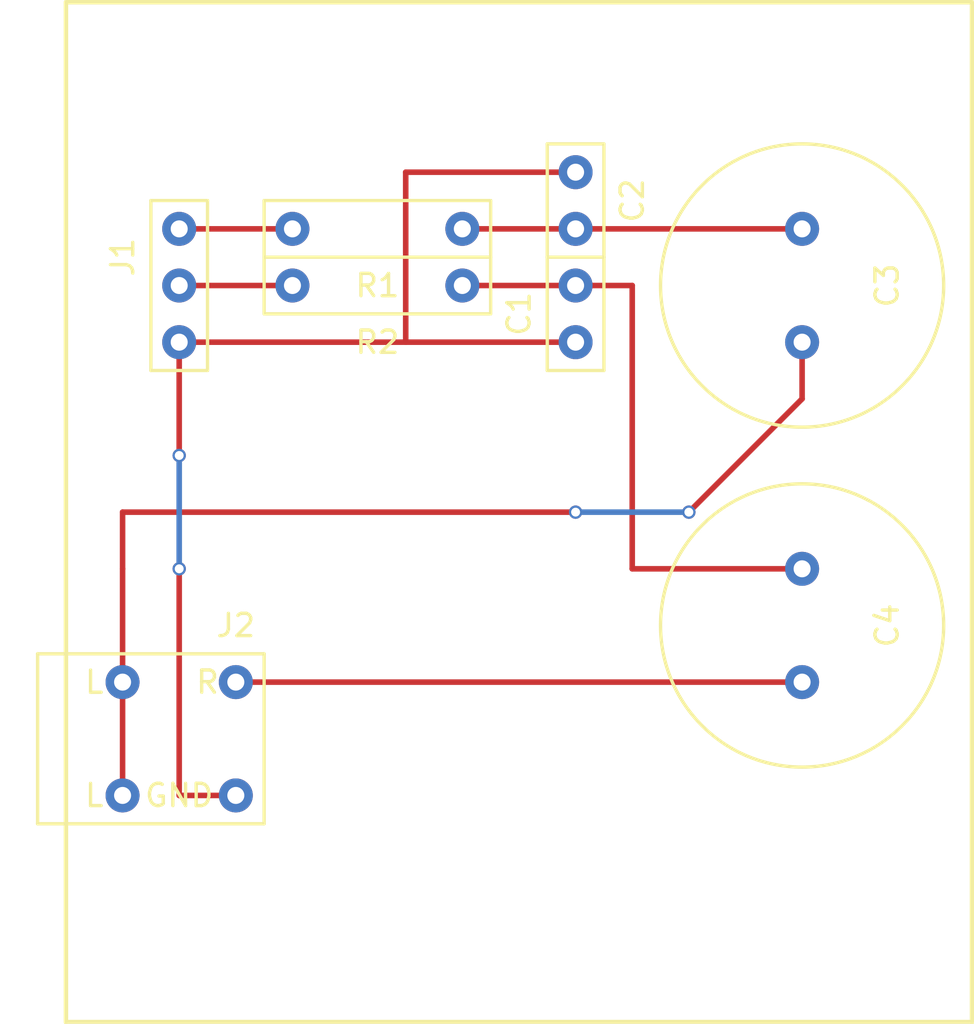
<source format=kicad_pcb>
(kicad_pcb (version 4) (host pcbnew 4.0.7)

  (general
    (links 12)
    (no_connects 0)
    (area 140.477142 72.289999 184.250001 118.210001)
    (thickness 1.6)
    (drawings 4)
    (tracks 28)
    (zones 0)
    (modules 8)
    (nets 8)
  )

  (page A4)
  (layers
    (0 F.Cu signal)
    (31 B.Cu signal)
    (32 B.Adhes user)
    (33 F.Adhes user)
    (34 B.Paste user)
    (35 F.Paste user)
    (36 B.SilkS user)
    (37 F.SilkS user)
    (38 B.Mask user)
    (39 F.Mask user)
    (40 Dwgs.User user)
    (41 Cmts.User user)
    (42 Eco1.User user)
    (43 Eco2.User user)
    (44 Edge.Cuts user)
    (45 Margin user)
    (46 B.CrtYd user)
    (47 F.CrtYd user)
    (48 B.Fab user)
    (49 F.Fab user)
  )

  (setup
    (last_trace_width 0.25)
    (trace_clearance 0.2)
    (zone_clearance 0.508)
    (zone_45_only no)
    (trace_min 0.2)
    (segment_width 0.2)
    (edge_width 0.15)
    (via_size 0.6)
    (via_drill 0.4)
    (via_min_size 0.4)
    (via_min_drill 0.3)
    (uvia_size 0.3)
    (uvia_drill 0.1)
    (uvias_allowed no)
    (uvia_min_size 0.2)
    (uvia_min_drill 0.1)
    (pcb_text_width 0.3)
    (pcb_text_size 1.5 1.5)
    (mod_edge_width 0.15)
    (mod_text_size 1 1)
    (mod_text_width 0.15)
    (pad_size 1.524 1.524)
    (pad_drill 0.762)
    (pad_to_mask_clearance 0.2)
    (aux_axis_origin 0 0)
    (visible_elements 7FFFFFFF)
    (pcbplotparams
      (layerselection 0x00030_80000001)
      (usegerberextensions false)
      (excludeedgelayer true)
      (linewidth 0.100000)
      (plotframeref false)
      (viasonmask false)
      (mode 1)
      (useauxorigin false)
      (hpglpennumber 1)
      (hpglpenspeed 20)
      (hpglpendiameter 15)
      (hpglpenoverlay 2)
      (psnegative false)
      (psa4output false)
      (plotreference true)
      (plotvalue true)
      (plotinvisibletext false)
      (padsonsilk false)
      (subtractmaskfromsilk false)
      (outputformat 1)
      (mirror false)
      (drillshape 0)
      (scaleselection 1)
      (outputdirectory ""))
  )

  (net 0 "")
  (net 1 "Net-(C1-Pad1)")
  (net 2 GND)
  (net 3 "Net-(C2-Pad1)")
  (net 4 "Net-(C3-Pad1)")
  (net 5 "Net-(C4-Pad1)")
  (net 6 "Net-(J1-Pad1)")
  (net 7 "Net-(J1-Pad2)")

  (net_class Default "This is the default net class."
    (clearance 0.2)
    (trace_width 0.25)
    (via_dia 0.6)
    (via_drill 0.4)
    (uvia_dia 0.3)
    (uvia_drill 0.1)
    (add_net GND)
    (add_net "Net-(C1-Pad1)")
    (add_net "Net-(C2-Pad1)")
    (add_net "Net-(C3-Pad1)")
    (add_net "Net-(C4-Pad1)")
    (add_net "Net-(J1-Pad1)")
    (add_net "Net-(J1-Pad2)")
  )

  (module mcu:Capacitor (layer F.Cu) (tedit 5B459378) (tstamp 5BB33953)
    (at 166.37 86.36 270)
    (path /5BB2CBF7)
    (fp_text reference C1 (at 0 2.54 270) (layer F.SilkS)
      (effects (font (size 1 1) (thickness 0.15)))
    )
    (fp_text value 0.1u (at 0 -2.54 270) (layer F.Fab)
      (effects (font (size 1 1) (thickness 0.15)))
    )
    (fp_line (start -2.54 -1.27) (end -2.54 1.27) (layer F.SilkS) (width 0.15))
    (fp_line (start -2.54 1.27) (end 2.54 1.27) (layer F.SilkS) (width 0.15))
    (fp_line (start 2.54 1.27) (end 2.54 -1.27) (layer F.SilkS) (width 0.15))
    (fp_line (start 2.54 -1.27) (end -2.54 -1.27) (layer F.SilkS) (width 0.15))
    (pad 1 thru_hole circle (at -1.27 0 270) (size 1.524 1.524) (drill 0.762) (layers *.Cu *.Mask)
      (net 1 "Net-(C1-Pad1)"))
    (pad 2 thru_hole circle (at 1.27 0 270) (size 1.524 1.524) (drill 0.762) (layers *.Cu *.Mask)
      (net 2 GND))
  )

  (module mcu:Capacitor (layer F.Cu) (tedit 5B459378) (tstamp 5BB33959)
    (at 166.37 81.28 90)
    (path /5BB2CC28)
    (fp_text reference C2 (at 0 2.54 90) (layer F.SilkS)
      (effects (font (size 1 1) (thickness 0.15)))
    )
    (fp_text value 0.1u (at 0 -2.54 90) (layer F.Fab)
      (effects (font (size 1 1) (thickness 0.15)))
    )
    (fp_line (start -2.54 -1.27) (end -2.54 1.27) (layer F.SilkS) (width 0.15))
    (fp_line (start -2.54 1.27) (end 2.54 1.27) (layer F.SilkS) (width 0.15))
    (fp_line (start 2.54 1.27) (end 2.54 -1.27) (layer F.SilkS) (width 0.15))
    (fp_line (start 2.54 -1.27) (end -2.54 -1.27) (layer F.SilkS) (width 0.15))
    (pad 1 thru_hole circle (at -1.27 0 90) (size 1.524 1.524) (drill 0.762) (layers *.Cu *.Mask)
      (net 3 "Net-(C2-Pad1)"))
    (pad 2 thru_hole circle (at 1.27 0 90) (size 1.524 1.524) (drill 0.762) (layers *.Cu *.Mask)
      (net 2 GND))
  )

  (module mcu:audio_capacitor (layer F.Cu) (tedit 5BB34B96) (tstamp 5BB33960)
    (at 176.53 85.09 90)
    (path /5BB2CCDA)
    (fp_text reference C3 (at 0 3.81 90) (layer F.SilkS)
      (effects (font (size 1 1) (thickness 0.15)))
    )
    (fp_text value 220u (at 0 -3.81 90) (layer F.Fab)
      (effects (font (size 1 1) (thickness 0.15)))
    )
    (fp_circle (center 0 0) (end 6.35 0) (layer F.SilkS) (width 0.15))
    (pad 1 thru_hole circle (at -2.54 0 90) (size 1.524 1.524) (drill 0.762) (layers *.Cu *.Mask)
      (net 4 "Net-(C3-Pad1)"))
    (pad 2 thru_hole circle (at 2.54 0 90) (size 1.524 1.524) (drill 0.762) (layers *.Cu *.Mask)
      (net 3 "Net-(C2-Pad1)"))
  )

  (module mcu:audio_capacitor (layer F.Cu) (tedit 5BB34BA3) (tstamp 5BB33967)
    (at 176.53 100.33 90)
    (path /5BB2CD25)
    (fp_text reference C4 (at 0 3.81 90) (layer F.SilkS)
      (effects (font (size 1 1) (thickness 0.15)))
    )
    (fp_text value 220u (at 0 -3.81 90) (layer F.Fab)
      (effects (font (size 1 1) (thickness 0.15)))
    )
    (fp_circle (center 0 0) (end 6.35 0) (layer F.SilkS) (width 0.15))
    (pad 1 thru_hole circle (at -2.54 0 90) (size 1.524 1.524) (drill 0.762) (layers *.Cu *.Mask)
      (net 5 "Net-(C4-Pad1)"))
    (pad 2 thru_hole circle (at 2.54 0 90) (size 1.524 1.524) (drill 0.762) (layers *.Cu *.Mask)
      (net 1 "Net-(C1-Pad1)"))
  )

  (module mcu:Pin_Header_3P (layer F.Cu) (tedit 5B77FFCE) (tstamp 5BB3396E)
    (at 148.59 85.09 270)
    (path /5BB2C91B)
    (fp_text reference J1 (at -1.27 2.54 270) (layer F.SilkS)
      (effects (font (size 1 1) (thickness 0.15)))
    )
    (fp_text value Conn_01x03_Male (at 0 -2.54 270) (layer F.Fab)
      (effects (font (size 1 1) (thickness 0.15)))
    )
    (fp_line (start -3.81 -1.27) (end 3.81 -1.27) (layer F.SilkS) (width 0.15))
    (fp_line (start 3.81 -1.27) (end 3.81 1.27) (layer F.SilkS) (width 0.15))
    (fp_line (start 3.81 1.27) (end -3.81 1.27) (layer F.SilkS) (width 0.15))
    (fp_line (start -3.81 -1.27) (end -3.81 1.27) (layer F.SilkS) (width 0.15))
    (pad 1 thru_hole circle (at -2.54 0 270) (size 1.524 1.524) (drill 0.762) (layers *.Cu *.Mask)
      (net 6 "Net-(J1-Pad1)"))
    (pad 2 thru_hole circle (at 0 0 270) (size 1.524 1.524) (drill 0.762) (layers *.Cu *.Mask)
      (net 7 "Net-(J1-Pad2)"))
    (pad 3 thru_hole circle (at 2.54 0 270) (size 1.524 1.524) (drill 0.762) (layers *.Cu *.Mask)
      (net 2 GND))
  )

  (module mcu:Register (layer F.Cu) (tedit 5B472301) (tstamp 5BB3397B)
    (at 157.48 82.55 180)
    (path /5BB2CB9F)
    (fp_text reference R1 (at 0 -2.54 180) (layer F.SilkS)
      (effects (font (size 1 1) (thickness 0.15)))
    )
    (fp_text value 120 (at 0 2.54 180) (layer F.Fab)
      (effects (font (size 1 1) (thickness 0.15)))
    )
    (fp_line (start -5.08 -1.27) (end 5.08 -1.27) (layer F.SilkS) (width 0.15))
    (fp_line (start -5.08 -1.27) (end -5.08 1.27) (layer F.SilkS) (width 0.15))
    (fp_line (start -5.08 1.27) (end 5.08 1.27) (layer F.SilkS) (width 0.15))
    (fp_line (start 5.08 1.27) (end 5.08 -1.27) (layer F.SilkS) (width 0.15))
    (pad 1 thru_hole circle (at -3.81 0 180) (size 1.524 1.524) (drill 0.762) (layers *.Cu *.Mask)
      (net 3 "Net-(C2-Pad1)"))
    (pad 2 thru_hole circle (at 3.81 0 180) (size 1.524 1.524) (drill 0.762) (layers *.Cu *.Mask)
      (net 6 "Net-(J1-Pad1)"))
  )

  (module mcu:Register (layer F.Cu) (tedit 5B472301) (tstamp 5BB33981)
    (at 157.48 85.09 180)
    (path /5BB2CBCE)
    (fp_text reference R2 (at 0 -2.54 180) (layer F.SilkS)
      (effects (font (size 1 1) (thickness 0.15)))
    )
    (fp_text value 120 (at 0 2.54 180) (layer F.Fab)
      (effects (font (size 1 1) (thickness 0.15)))
    )
    (fp_line (start -5.08 -1.27) (end 5.08 -1.27) (layer F.SilkS) (width 0.15))
    (fp_line (start -5.08 -1.27) (end -5.08 1.27) (layer F.SilkS) (width 0.15))
    (fp_line (start -5.08 1.27) (end 5.08 1.27) (layer F.SilkS) (width 0.15))
    (fp_line (start 5.08 1.27) (end 5.08 -1.27) (layer F.SilkS) (width 0.15))
    (pad 1 thru_hole circle (at -3.81 0 180) (size 1.524 1.524) (drill 0.762) (layers *.Cu *.Mask)
      (net 1 "Net-(C1-Pad1)"))
    (pad 2 thru_hole circle (at 3.81 0 180) (size 1.524 1.524) (drill 0.762) (layers *.Cu *.Mask)
      (net 7 "Net-(J1-Pad2)"))
  )

  (module mcu:audio_jack_3.5mm (layer F.Cu) (tedit 5BB34726) (tstamp 5BB33975)
    (at 148.59 106.68 180)
    (path /5BB2CEB5)
    (fp_text reference J2 (at -2.54 6.35 180) (layer F.SilkS)
      (effects (font (size 1 1) (thickness 0.15)))
    )
    (fp_text value Conn_01x03_Male (at 1.27 -3.81 180) (layer F.Fab)
      (effects (font (size 1 1) (thickness 0.15)))
    )
    (fp_text user R (at -1.27 3.81 180) (layer F.SilkS)
      (effects (font (size 1 1) (thickness 0.15)))
    )
    (fp_text user GND (at 0 -1.27 180) (layer F.SilkS)
      (effects (font (size 1 1) (thickness 0.15)))
    )
    (fp_text user L (at 3.81 -1.27 180) (layer F.SilkS)
      (effects (font (size 1 1) (thickness 0.15)))
    )
    (fp_text user L (at 3.81 3.81 180) (layer F.SilkS)
      (effects (font (size 1 1) (thickness 0.15)))
    )
    (fp_line (start -3.81 5.08) (end 6.35 5.08) (layer F.SilkS) (width 0.15))
    (fp_line (start 6.35 5.08) (end 6.35 -2.54) (layer F.SilkS) (width 0.15))
    (fp_line (start 6.35 -2.54) (end -3.81 -2.54) (layer F.SilkS) (width 0.15))
    (fp_line (start -3.81 -2.54) (end -3.81 5.08) (layer F.SilkS) (width 0.15))
    (pad 3 thru_hole circle (at 2.54 -1.27 180) (size 1.524 1.524) (drill 0.762) (layers *.Cu *.Mask)
      (net 4 "Net-(C3-Pad1)"))
    (pad 2 thru_hole circle (at -2.54 3.81 180) (size 1.524 1.524) (drill 0.762) (layers *.Cu *.Mask)
      (net 5 "Net-(C4-Pad1)"))
    (pad 1 thru_hole circle (at -2.54 -1.27 180) (size 1.524 1.524) (drill 0.762) (layers *.Cu *.Mask)
      (net 2 GND))
    (pad 3 thru_hole circle (at 2.54 3.81 180) (size 1.524 1.524) (drill 0.762) (layers *.Cu *.Mask)
      (net 4 "Net-(C3-Pad1)"))
  )

  (gr_line (start 184.15 72.39) (end 143.51 72.39) (angle 90) (layer F.SilkS) (width 0.2))
  (gr_line (start 184.15 118.11) (end 184.15 72.39) (angle 90) (layer F.SilkS) (width 0.2))
  (gr_line (start 143.51 118.11) (end 184.15 118.11) (angle 90) (layer F.SilkS) (width 0.2))
  (gr_line (start 143.51 72.39) (end 143.51 118.11) (angle 90) (layer F.SilkS) (width 0.2))

  (segment (start 166.37 85.09) (end 168.91 85.09) (width 0.25) (layer F.Cu) (net 1))
  (segment (start 168.91 97.79) (end 176.53 97.79) (width 0.25) (layer F.Cu) (net 1) (tstamp 5BB3404F))
  (segment (start 168.91 85.09) (end 168.91 97.79) (width 0.25) (layer F.Cu) (net 1) (tstamp 5BB3404E))
  (segment (start 161.29 85.09) (end 166.37 85.09) (width 0.25) (layer F.Cu) (net 1))
  (segment (start 148.59 87.63) (end 148.59 92.71) (width 0.25) (layer F.Cu) (net 2))
  (segment (start 148.59 107.95) (end 151.13 107.95) (width 0.25) (layer F.Cu) (net 2) (tstamp 5BB34B08))
  (segment (start 148.59 97.79) (end 148.59 107.95) (width 0.25) (layer F.Cu) (net 2) (tstamp 5BB34B07))
  (via (at 148.59 97.79) (size 0.6) (drill 0.4) (layers F.Cu B.Cu) (net 2))
  (segment (start 148.59 92.71) (end 148.59 97.79) (width 0.25) (layer B.Cu) (net 2) (tstamp 5BB34B04))
  (via (at 148.59 92.71) (size 0.6) (drill 0.4) (layers F.Cu B.Cu) (net 2))
  (segment (start 158.75 87.63) (end 158.75 80.01) (width 0.25) (layer F.Cu) (net 2))
  (segment (start 158.75 80.01) (end 166.37 80.01) (width 0.25) (layer F.Cu) (net 2) (tstamp 5BB33FB0))
  (segment (start 166.37 87.63) (end 158.75 87.63) (width 0.25) (layer F.Cu) (net 2))
  (segment (start 158.75 87.63) (end 148.59 87.63) (width 0.25) (layer F.Cu) (net 2) (tstamp 5BB33FAE))
  (segment (start 166.37 82.55) (end 176.53 82.55) (width 0.25) (layer F.Cu) (net 3) (status 20))
  (segment (start 161.29 82.55) (end 166.37 82.55) (width 0.25) (layer F.Cu) (net 3))
  (segment (start 146.05 107.95) (end 146.05 102.87) (width 0.25) (layer F.Cu) (net 4))
  (segment (start 176.53 90.17) (end 176.53 87.63) (width 0.25) (layer F.Cu) (net 4) (tstamp 5BB349B0) (status 20))
  (segment (start 171.45 95.25) (end 176.53 90.17) (width 0.25) (layer F.Cu) (net 4) (tstamp 5BB349AF))
  (via (at 171.45 95.25) (size 0.6) (drill 0.4) (layers F.Cu B.Cu) (net 4))
  (segment (start 166.37 95.25) (end 171.45 95.25) (width 0.25) (layer B.Cu) (net 4) (tstamp 5BB349A9))
  (via (at 166.37 95.25) (size 0.6) (drill 0.4) (layers F.Cu B.Cu) (net 4))
  (segment (start 146.05 95.25) (end 166.37 95.25) (width 0.25) (layer F.Cu) (net 4) (tstamp 5BB3499B))
  (segment (start 146.05 97.79) (end 146.05 95.25) (width 0.25) (layer F.Cu) (net 4) (tstamp 5BB34999) (status 10))
  (segment (start 146.05 102.87) (end 146.05 97.79) (width 0.25) (layer F.Cu) (net 4) (status 30))
  (segment (start 176.53 102.87) (end 151.13 102.87) (width 0.25) (layer F.Cu) (net 5))
  (segment (start 148.59 82.55) (end 153.67 82.55) (width 0.25) (layer F.Cu) (net 6))
  (segment (start 148.59 85.09) (end 153.67 85.09) (width 0.25) (layer F.Cu) (net 7))

)

</source>
